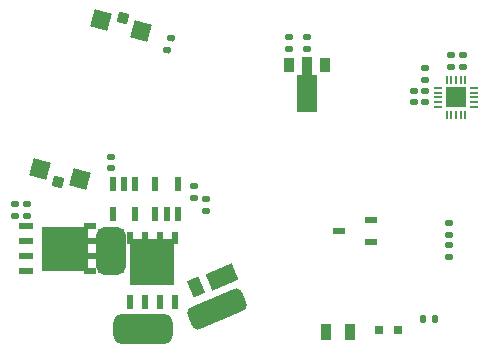
<source format=gbr>
%TF.GenerationSoftware,KiCad,Pcbnew,7.0.1*%
%TF.CreationDate,2024-02-21T00:56:41+02:00*%
%TF.ProjectId,PCBTRIGGERASSEMBLY,50434254-5249-4474-9745-52415353454d,rev?*%
%TF.SameCoordinates,Original*%
%TF.FileFunction,Paste,Top*%
%TF.FilePolarity,Positive*%
%FSLAX46Y46*%
G04 Gerber Fmt 4.6, Leading zero omitted, Abs format (unit mm)*
G04 Created by KiCad (PCBNEW 7.0.1) date 2024-02-21 00:56:41*
%MOMM*%
%LPD*%
G01*
G04 APERTURE LIST*
G04 Aperture macros list*
%AMRoundRect*
0 Rectangle with rounded corners*
0 $1 Rounding radius*
0 $2 $3 $4 $5 $6 $7 $8 $9 X,Y pos of 4 corners*
0 Add a 4 corners polygon primitive as box body*
4,1,4,$2,$3,$4,$5,$6,$7,$8,$9,$2,$3,0*
0 Add four circle primitives for the rounded corners*
1,1,$1+$1,$2,$3*
1,1,$1+$1,$4,$5*
1,1,$1+$1,$6,$7*
1,1,$1+$1,$8,$9*
0 Add four rect primitives between the rounded corners*
20,1,$1+$1,$2,$3,$4,$5,0*
20,1,$1+$1,$4,$5,$6,$7,0*
20,1,$1+$1,$6,$7,$8,$9,0*
20,1,$1+$1,$8,$9,$2,$3,0*%
%AMRotRect*
0 Rectangle, with rotation*
0 The origin of the aperture is its center*
0 $1 length*
0 $2 width*
0 $3 Rotation angle, in degrees counterclockwise*
0 Add horizontal line*
21,1,$1,$2,0,0,$3*%
%AMFreePoly0*
4,1,9,3.862500,-0.866500,0.737500,-0.866500,0.737500,-0.450000,-0.737500,-0.450000,-0.737500,0.450000,0.737500,0.450000,0.737500,0.866500,3.862500,0.866500,3.862500,-0.866500,3.862500,-0.866500,$1*%
G04 Aperture macros list end*
%ADD10RoundRect,0.135000X-0.185000X0.135000X-0.185000X-0.135000X0.185000X-0.135000X0.185000X0.135000X0*%
%ADD11R,0.600000X1.200000*%
%ADD12R,0.800000X0.800000*%
%ADD13RoundRect,0.500000X1.647809X1.238841X-2.036933X-0.317655X-1.647809X-1.238841X2.036933X0.317655X0*%
%ADD14RoundRect,0.625000X1.875000X0.625000X-1.875000X0.625000X-1.875000X-0.625000X1.875000X-0.625000X0*%
%ADD15RoundRect,0.140000X0.170000X-0.140000X0.170000X0.140000X-0.170000X0.140000X-0.170000X-0.140000X0*%
%ADD16RoundRect,0.140000X-0.170000X0.140000X-0.170000X-0.140000X0.170000X-0.140000X0.170000X0.140000X0*%
%ADD17RotRect,1.500000X2.400000X112.900000*%
%ADD18RotRect,1.050000X1.500000X22.900000*%
%ADD19R,1.000000X0.600000*%
%ADD20R,1.270000X0.610000*%
%ADD21R,1.020000X0.610000*%
%ADD22R,3.910000X3.810000*%
%ADD23RotRect,1.500000X1.500000X75.000000*%
%ADD24RotRect,0.900000X0.900000X75.000000*%
%ADD25RoundRect,0.135000X0.185000X-0.135000X0.185000X0.135000X-0.185000X0.135000X-0.185000X-0.135000X0*%
%ADD26R,0.610000X1.270000*%
%ADD27R,0.610000X1.020000*%
%ADD28R,3.810000X3.910000*%
%ADD29R,0.900000X1.400000*%
%ADD30R,0.900000X1.300000*%
%ADD31FreePoly0,270.000000*%
%ADD32RoundRect,0.135000X-0.135000X-0.185000X0.135000X-0.185000X0.135000X0.185000X-0.135000X0.185000X0*%
%ADD33RoundRect,0.625000X0.625000X-1.375000X0.625000X1.375000X-0.625000X1.375000X-0.625000X-1.375000X0*%
%ADD34R,0.800000X0.200000*%
%ADD35R,0.200000X0.800000*%
%ADD36R,1.800000X1.800000*%
%ADD37RotRect,1.500000X1.500000X255.000000*%
%ADD38RotRect,0.900000X0.900000X255.000000*%
%ADD39RoundRect,0.135000X0.143756X-0.178282X0.213637X0.082518X-0.143756X0.178282X-0.213637X-0.082518X0*%
G04 APERTURE END LIST*
D10*
%TO.C,R7*%
X92900000Y-102890000D03*
X92900000Y-103910000D03*
%TD*%
D11*
%TO.C,IC6*%
X104750000Y-103750000D03*
X105700000Y-103750000D03*
X106650000Y-103750000D03*
X106650000Y-101250000D03*
X104750000Y-101250000D03*
%TD*%
D12*
%TO.C,Q4*%
X125300000Y-113600000D03*
X123650000Y-113600000D03*
%TD*%
D13*
%TO.C,U2*%
X110000000Y-111800000D03*
%TD*%
D14*
%TO.C,U4*%
X103700000Y-113500000D03*
%TD*%
D15*
%TO.C,C2*%
X127600000Y-94300000D03*
X127600000Y-93340000D03*
%TD*%
D16*
%TO.C,C7*%
X116100000Y-88820000D03*
X116100000Y-89780000D03*
%TD*%
D17*
%TO.C,D2*%
X110383008Y-109069245D03*
D18*
X108195192Y-109993414D03*
%TD*%
D19*
%TO.C,IC2*%
X123000000Y-106150000D03*
X123000000Y-104250000D03*
X120300000Y-105200000D03*
%TD*%
D20*
%TO.C,Q8*%
X93767500Y-104795000D03*
X93767500Y-106065000D03*
X93767500Y-107335000D03*
X93767500Y-108605000D03*
D21*
X99232500Y-108605000D03*
X99232500Y-107335000D03*
X99232500Y-106065000D03*
X99232500Y-104795000D03*
D22*
X97127500Y-106700000D03*
%TD*%
D10*
%TO.C,R10*%
X108000000Y-101390000D03*
X108000000Y-102410000D03*
%TD*%
D16*
%TO.C,C1*%
X129646132Y-106423431D03*
X129646132Y-107383431D03*
%TD*%
D23*
%TO.C,Q2*%
X98360370Y-100852933D03*
X94979630Y-99947067D03*
D24*
X96501768Y-101027852D03*
%TD*%
D10*
%TO.C,R4*%
X109000000Y-102490000D03*
X109000000Y-103510000D03*
%TD*%
D25*
%TO.C,R1*%
X129646132Y-105573112D03*
X129646132Y-104553112D03*
%TD*%
D26*
%TO.C,Q3*%
X102595000Y-111232500D03*
X103865000Y-111232500D03*
X105135000Y-111232500D03*
X106405000Y-111232500D03*
D27*
X106405000Y-105767500D03*
X105135000Y-105767500D03*
X103865000Y-105767500D03*
X102595000Y-105767500D03*
D28*
X104500000Y-107872500D03*
%TD*%
D25*
%TO.C,R8*%
X93900000Y-103910000D03*
X93900000Y-102890000D03*
%TD*%
D15*
%TO.C,C3*%
X126650000Y-94300000D03*
X126650000Y-93340000D03*
%TD*%
D25*
%TO.C,R5*%
X127600000Y-92410000D03*
X127600000Y-91390000D03*
%TD*%
D10*
%TO.C,R11*%
X129800000Y-90290000D03*
X129800000Y-91310000D03*
%TD*%
D16*
%TO.C,C8*%
X117600000Y-88820000D03*
X117600000Y-89780000D03*
%TD*%
D25*
%TO.C,R2*%
X130800000Y-91310000D03*
X130800000Y-90290000D03*
%TD*%
D29*
%TO.C,LED2*%
X121225000Y-113800000D03*
X119225000Y-113800000D03*
%TD*%
D11*
%TO.C,IC5*%
X103050000Y-101250000D03*
X102100000Y-101250000D03*
X101150000Y-101250000D03*
X101150000Y-103750000D03*
X103050000Y-103750000D03*
%TD*%
D30*
%TO.C,U1*%
X119100000Y-91150000D03*
D31*
X117600000Y-91237500D03*
D30*
X116100000Y-91150000D03*
%TD*%
D15*
%TO.C,C4*%
X101000000Y-99880000D03*
X101000000Y-98920000D03*
%TD*%
D32*
%TO.C,R3*%
X127390000Y-112700000D03*
X128410000Y-112700000D03*
%TD*%
D33*
%TO.C,U3*%
X101000000Y-106900000D03*
%TD*%
D34*
%TO.C,IC3*%
X128700000Y-93100000D03*
X128700000Y-93500000D03*
X128700000Y-93900000D03*
X128700000Y-94300000D03*
X128700000Y-94700000D03*
D35*
X129400000Y-95400000D03*
X129800000Y-95400000D03*
X130200000Y-95400000D03*
X130600000Y-95400000D03*
X131000000Y-95400000D03*
D34*
X131700000Y-94700000D03*
X131700000Y-94300000D03*
X131700000Y-93900000D03*
X131700000Y-93500000D03*
X131700000Y-93100000D03*
D35*
X131000000Y-92400000D03*
X130600000Y-92400000D03*
X130200000Y-92400000D03*
X129800000Y-92400000D03*
X129400000Y-92400000D03*
D36*
X130200000Y-93900000D03*
%TD*%
D37*
%TO.C,LED4*%
X100141398Y-87374919D03*
X103522138Y-88280785D03*
D38*
X102000000Y-87200000D03*
%TD*%
D39*
%TO.C,R6*%
X105768002Y-89892622D03*
X106031998Y-88907378D03*
%TD*%
M02*

</source>
